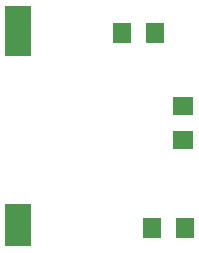
<source format=gbr>
G04 EAGLE Gerber RS-274X export*
G75*
%MOMM*%
%FSLAX34Y34*%
%LPD*%
%INSolderpaste Top*%
%IPPOS*%
%AMOC8*
5,1,8,0,0,1.08239X$1,22.5*%
G01*
%ADD10R,2.300000X4.300000*%
%ADD11R,2.300000X3.660000*%
%ADD12R,1.600000X1.803000*%
%ADD13R,1.803000X1.600000*%


D10*
X139700Y471658D03*
D11*
X139700Y307245D03*
D12*
X252480Y304800D03*
X280920Y304800D03*
D13*
X279400Y407920D03*
X279400Y379480D03*
D12*
X255520Y469900D03*
X227080Y469900D03*
M02*

</source>
